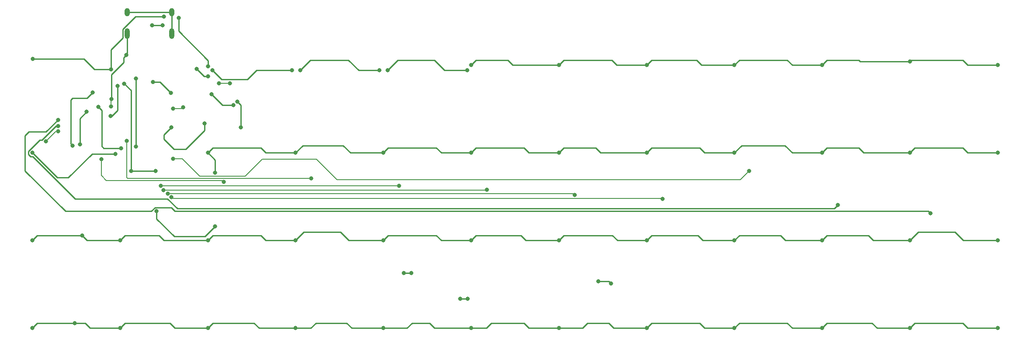
<source format=gtl>
G04 #@! TF.GenerationSoftware,KiCad,Pcbnew,(6.0.4-0)*
G04 #@! TF.CreationDate,2023-09-21T22:36:29-05:00*
G04 #@! TF.ProjectId,dogema48_cfx,646f6765-6d61-4343-985f-6366782e6b69,rev?*
G04 #@! TF.SameCoordinates,Original*
G04 #@! TF.FileFunction,Copper,L1,Top*
G04 #@! TF.FilePolarity,Positive*
%FSLAX45Y45*%
G04 Gerber Fmt 4.5, Leading zero omitted, Abs format (unit mm)*
G04 Created by KiCad (PCBNEW (6.0.4-0)) date 2023-09-21 22:36:29*
%MOMM*%
%LPD*%
G01*
G04 APERTURE LIST*
G04 #@! TA.AperFunction,ComponentPad*
%ADD10O,1.000000X2.100000*%
G04 #@! TD*
G04 #@! TA.AperFunction,ComponentPad*
%ADD11O,1.000000X1.600000*%
G04 #@! TD*
G04 #@! TA.AperFunction,ViaPad*
%ADD12C,0.800000*%
G04 #@! TD*
G04 #@! TA.AperFunction,Conductor*
%ADD13C,0.200000*%
G04 #@! TD*
G04 #@! TA.AperFunction,Conductor*
%ADD14C,0.250000*%
G04 #@! TD*
G04 APERTURE END LIST*
D10*
G04 #@! TO.P,J1,S1,SHIELD*
G04 #@! TO.N,GND*
X10688828Y-2010499D03*
D11*
X10688828Y-1592499D03*
X11552828Y-1592499D03*
D10*
X11552828Y-2010499D03*
G04 #@! TD*
D12*
G04 #@! TO.N,GND*
X10380000Y-3422450D03*
X12679161Y-2974999D03*
X10676000Y-2422000D03*
X10390000Y-3277550D03*
X12466661Y-2974999D03*
G04 #@! TO.N,Net-(B1-Pad2)*
X11776009Y-3440000D03*
X11583836Y-3463836D03*
G04 #@! TO.N,Net-(C2-Pad2)*
X12193449Y-3752135D03*
X11547445Y-3824998D03*
G04 #@! TO.N,+5V*
X11193898Y-2950000D03*
X10575968Y-4235369D03*
X11540000Y-3161450D03*
X12324994Y-3187498D03*
X10129950Y-3429000D03*
X12749994Y-3399998D03*
G04 #@! TO.N,row1*
X27554154Y-2620832D03*
X11404161Y-1677550D03*
X12340000Y-2720000D03*
X20754157Y-2620832D03*
X14040000Y-2720000D03*
X17354159Y-2620832D03*
X24154155Y-2620832D03*
X11687494Y-1699999D03*
X12260000Y-2640000D03*
X8860000Y-2500000D03*
X15580000Y-2720000D03*
X25854154Y-2549999D03*
X17280000Y-2720000D03*
X19054158Y-2620832D03*
X15740000Y-2720000D03*
X10380000Y-2700000D03*
X22454156Y-2620832D03*
X13880000Y-2720000D03*
G04 #@! TO.N,Net-(D3-Pad2)*
X12254161Y-2833332D03*
X12041661Y-2691665D03*
G04 #@! TO.N,row2*
X24154155Y-4320831D03*
X25854154Y-4320831D03*
X19054158Y-4320831D03*
X22454156Y-4320831D03*
X10635641Y-2979079D03*
X15654159Y-4320831D03*
X27554154Y-4320831D03*
X12254161Y-4320831D03*
X20754157Y-4320831D03*
X11242541Y-4674998D03*
X10766662Y-4674998D03*
X12395827Y-4710098D03*
X8854163Y-4320831D03*
X17354159Y-4320831D03*
X13954160Y-4320831D03*
X12395827Y-5752465D03*
X11262495Y-5454164D03*
X10462618Y-4341542D03*
G04 #@! TO.N,row3*
X9820877Y-5925045D03*
X25854154Y-6020830D03*
X10370360Y-3606149D03*
X20754157Y-6020830D03*
X19054158Y-6020830D03*
X27554154Y-6020830D03*
X10504945Y-3022000D03*
X22454156Y-6020830D03*
X12254161Y-6020830D03*
X9774995Y-4157498D03*
X10554162Y-6020830D03*
X9906000Y-3524250D03*
X17354159Y-6020830D03*
X24154155Y-6020830D03*
X13954160Y-6020830D03*
X15654159Y-6020830D03*
X8854163Y-6020830D03*
G04 #@! TO.N,row4*
X19054158Y-7720830D03*
X12254161Y-7720830D03*
X17354159Y-7720830D03*
X8854163Y-7720830D03*
X9679210Y-7625044D03*
X10554162Y-7720830D03*
X15654159Y-7720830D03*
X25854154Y-7720830D03*
X27554154Y-7720830D03*
X24154155Y-7720830D03*
X13954160Y-7720830D03*
X10026227Y-3148767D03*
X9633329Y-4179165D03*
X22454156Y-7720830D03*
X20754157Y-7720830D03*
G04 #@! TO.N,Net-(D38-Pad2)*
X20060804Y-6855850D03*
X19816678Y-6816643D03*
G04 #@! TO.N,VBUS*
X11375000Y-1850000D03*
X11175000Y-1850000D03*
G04 #@! TO.N,col1*
X9349897Y-3905250D03*
X9114996Y-4102438D03*
G04 #@! TO.N,col3*
X10860000Y-4200000D03*
X10859995Y-2877550D03*
G04 #@! TO.N,col4*
X12820827Y-3329165D03*
X12560000Y-4889950D03*
X10191750Y-4442548D03*
X12891661Y-3824998D03*
G04 #@! TO.N,col5*
X10680000Y-4088550D03*
X14260000Y-4820000D03*
G04 #@! TO.N,col6*
X11340000Y-4960000D03*
X15960000Y-4960000D03*
G04 #@! TO.N,col7*
X11395442Y-5043164D03*
X17287400Y-7154163D03*
X17660000Y-5040000D03*
X17141659Y-7154163D03*
G04 #@! TO.N,col8*
X11474995Y-5113114D03*
X19360000Y-5140000D03*
G04 #@! TO.N,col9*
X21059990Y-5219165D03*
X11546112Y-5183344D03*
G04 #@! TO.N,col10*
X22737489Y-4674998D03*
X11580000Y-4440000D03*
G04 #@! TO.N,col11*
X24459988Y-5334997D03*
X9349897Y-3805300D03*
G04 #@! TO.N,col12*
X26249842Y-5495685D03*
X9349996Y-3683332D03*
G04 #@! TO.N,Net-(D37-Pad2)*
X16052495Y-6658330D03*
X16192395Y-6658330D03*
G04 #@! TD*
D13*
G04 #@! TO.N,GND*
X10380000Y-3287550D02*
X10390000Y-3277550D01*
X10380000Y-3422450D02*
X10380000Y-3287550D01*
D14*
X10676000Y-2422000D02*
X10688828Y-2409172D01*
X10688828Y-1592499D02*
X11552828Y-1592499D01*
X10625093Y-2566901D02*
X10625093Y-2472907D01*
D13*
X12466661Y-2974999D02*
X12679161Y-2974999D01*
D14*
X10625093Y-2566901D02*
X10390000Y-2801994D01*
X10688828Y-2409172D02*
X10688828Y-2010499D01*
X10625093Y-2472907D02*
X10676000Y-2422000D01*
X11552828Y-1592499D02*
X11552828Y-2010499D01*
X10390000Y-2801994D02*
X10390000Y-3277550D01*
D13*
G04 #@! TO.N,Net-(B1-Pad2)*
X11752172Y-3463836D02*
X11776009Y-3440000D01*
X11583836Y-3463836D02*
X11752172Y-3463836D01*
X11756009Y-3460000D02*
X11776009Y-3440000D01*
D14*
G04 #@! TO.N,Net-(C2-Pad2)*
X11404161Y-4052733D02*
X11601426Y-4249998D01*
X11829161Y-4249998D02*
X12193449Y-3885710D01*
X11547445Y-3824998D02*
X11404161Y-3968281D01*
X12193449Y-3885710D02*
X12193449Y-3752135D01*
X11404161Y-3968281D02*
X11404161Y-4052733D01*
X11601426Y-4249998D02*
X11829161Y-4249998D01*
G04 #@! TO.N,+5V*
X10236119Y-4235369D02*
X10575968Y-4235369D01*
X12537494Y-3399998D02*
X12324994Y-3187498D01*
X11328550Y-2950000D02*
X11193898Y-2950000D01*
X10196397Y-4195647D02*
X10236119Y-4235369D01*
X12749994Y-3399998D02*
X12537494Y-3399998D01*
X10129950Y-3429000D02*
X10196397Y-3495447D01*
X11540000Y-3161450D02*
X11328550Y-2950000D01*
X10196397Y-3495447D02*
X10196397Y-4195647D01*
G04 #@! TO.N,row1*
X14979608Y-2525047D02*
X15174562Y-2720000D01*
X18160922Y-2620832D02*
X19054158Y-2620832D01*
X22549941Y-2525047D02*
X23479604Y-2525047D01*
X23575390Y-2620832D02*
X24154155Y-2620832D01*
X25854154Y-2549999D02*
X25879106Y-2525047D01*
X20849942Y-2525047D02*
X21720871Y-2525047D01*
X24249941Y-2525047D02*
X24154155Y-2620832D01*
X15934953Y-2525047D02*
X16645137Y-2525047D01*
X26975388Y-2620832D02*
X27554154Y-2620832D01*
X21720871Y-2525047D02*
X21816656Y-2620832D01*
X12340000Y-2720000D02*
X12519951Y-2899951D01*
X10606376Y-2095317D02*
X10606376Y-1921346D01*
X24249941Y-2525047D02*
X24865133Y-2525047D01*
X18065137Y-2525047D02*
X18160922Y-2620832D01*
X10850173Y-1677550D02*
X11404161Y-1677550D01*
X14234953Y-2525047D02*
X14979608Y-2525047D01*
X24865133Y-2525047D02*
X24890085Y-2549999D01*
X16840091Y-2720000D02*
X17280000Y-2720000D01*
X10054564Y-2700000D02*
X10380000Y-2700000D01*
X15740000Y-2720000D02*
X15934953Y-2525047D01*
X13020049Y-2899951D02*
X13200000Y-2720000D01*
X11687494Y-1699999D02*
X11687494Y-1960800D01*
X20754157Y-2620832D02*
X20849942Y-2525047D01*
X17354159Y-2620832D02*
X17449944Y-2525047D01*
X19054158Y-2620832D02*
X19149943Y-2525047D01*
X24890085Y-2549999D02*
X25854154Y-2549999D01*
X25879106Y-2525047D02*
X26879603Y-2525047D01*
X12260000Y-2533305D02*
X12260000Y-2640000D01*
X23479604Y-2525047D02*
X23575390Y-2620832D01*
X22454156Y-2620832D02*
X22549941Y-2525047D01*
X10380000Y-2321693D02*
X10606376Y-2095317D01*
X17449944Y-2525047D02*
X18065137Y-2525047D01*
X26879603Y-2525047D02*
X26975388Y-2620832D01*
X10606376Y-1921346D02*
X10850173Y-1677550D01*
X9854564Y-2500000D02*
X10054564Y-2700000D01*
X19149943Y-2525047D02*
X20079606Y-2525047D01*
X8860000Y-2500000D02*
X9854564Y-2500000D01*
X21816656Y-2620832D02*
X22454156Y-2620832D01*
X20175391Y-2620832D02*
X20754157Y-2620832D01*
X20079606Y-2525047D02*
X20175391Y-2620832D01*
X12519951Y-2899951D02*
X13020049Y-2899951D01*
X13200000Y-2720000D02*
X13880000Y-2720000D01*
X15174562Y-2720000D02*
X15580000Y-2720000D01*
X10380000Y-2700000D02*
X10380000Y-2321693D01*
X16645137Y-2525047D02*
X16840091Y-2720000D01*
X14040000Y-2720000D02*
X14234953Y-2525047D01*
X11687494Y-1960800D02*
X12260000Y-2533305D01*
G04 #@! TO.N,Net-(D3-Pad2)*
X12183328Y-2833332D02*
X12254161Y-2833332D01*
X12041661Y-2691665D02*
X12183328Y-2833332D01*
G04 #@! TO.N,row2*
X24249941Y-4225046D02*
X24865133Y-4225046D01*
X22454156Y-4320831D02*
X22595823Y-4179165D01*
X8854163Y-4320831D02*
X9336821Y-4803489D01*
X15016660Y-4320831D02*
X15654159Y-4320831D01*
X22595823Y-4179165D02*
X23433723Y-4179165D01*
X10635641Y-2979079D02*
X10766662Y-3110100D01*
X20849942Y-4225046D02*
X21779605Y-4225046D01*
X17354159Y-4320831D02*
X17449944Y-4225046D01*
X12254161Y-4320831D02*
X12395827Y-4462498D01*
X25854154Y-4320831D02*
X25949940Y-4225046D01*
X13375395Y-4320831D02*
X13954160Y-4320831D01*
X26975388Y-4320831D02*
X27554154Y-4320831D01*
X24154155Y-4320831D02*
X24249941Y-4225046D01*
X12395827Y-4462498D02*
X12395827Y-4710098D01*
X21779605Y-4225046D02*
X21875391Y-4320831D01*
X18475392Y-4320831D02*
X19054158Y-4320831D01*
X10766662Y-3110100D02*
X10766662Y-4249998D01*
X16775393Y-4320831D02*
X17354159Y-4320831D01*
X14874993Y-4179165D02*
X15016660Y-4320831D01*
X24960919Y-4320831D02*
X25854154Y-4320831D01*
X19149943Y-4225046D02*
X19765136Y-4225046D01*
X12254161Y-4320831D02*
X12349946Y-4225046D01*
X11262495Y-5454164D02*
X11262495Y-5607930D01*
X23433723Y-4179165D02*
X23575390Y-4320831D01*
X26879603Y-4225046D02*
X26975388Y-4320831D01*
X10766662Y-4674998D02*
X11242541Y-4674998D01*
X11602944Y-5948379D02*
X12199913Y-5948379D01*
X12199913Y-5948379D02*
X12395827Y-5752465D01*
X19054158Y-4320831D02*
X19149943Y-4225046D01*
X16679608Y-4225046D02*
X16775393Y-4320831D01*
X13279609Y-4225046D02*
X13375395Y-4320831D01*
X10013354Y-4341542D02*
X10462618Y-4341542D01*
X19860921Y-4320831D02*
X20754157Y-4320831D01*
X9551407Y-4803489D02*
X10013354Y-4341542D01*
X21875391Y-4320831D02*
X22454156Y-4320831D01*
X17449944Y-4225046D02*
X18379607Y-4225046D01*
X19765136Y-4225046D02*
X19860921Y-4320831D01*
X24865133Y-4225046D02*
X24960919Y-4320831D01*
X10766662Y-4249998D02*
X10766662Y-4674998D01*
X9336821Y-4803489D02*
X9551407Y-4803489D01*
X15654159Y-4320831D02*
X15749945Y-4225046D01*
X25949940Y-4225046D02*
X26879603Y-4225046D01*
X23575390Y-4320831D02*
X24154155Y-4320831D01*
X15749945Y-4225046D02*
X16679608Y-4225046D01*
X11262495Y-5607930D02*
X11602944Y-5948379D01*
X20754157Y-4320831D02*
X20849942Y-4225046D01*
X12349946Y-4225046D02*
X13279609Y-4225046D01*
X18379607Y-4225046D02*
X18475392Y-4320831D01*
X14095827Y-4179165D02*
X14874993Y-4179165D01*
X13954160Y-4320831D02*
X14095827Y-4179165D01*
G04 #@! TO.N,row3*
X15654159Y-6020830D02*
X15749945Y-5925045D01*
X25854154Y-6020830D02*
X26014946Y-5860039D01*
X24154155Y-6020830D02*
X24249941Y-5925045D01*
X18416658Y-6020830D02*
X19054158Y-6020830D01*
X22549941Y-5925045D02*
X23350037Y-5925045D01*
X19149943Y-5925045D02*
X20091705Y-5925045D01*
X9820877Y-5925045D02*
X9916662Y-6020830D01*
X12254161Y-6020830D02*
X12349946Y-5925045D01*
X20187491Y-6020830D02*
X20754157Y-6020830D01*
X16679608Y-5925045D02*
X16775393Y-6020830D01*
X14984075Y-6020830D02*
X15654159Y-6020830D01*
X17354159Y-6020830D02*
X17449944Y-5925045D01*
X16775393Y-6020830D02*
X17354159Y-6020830D01*
X14823284Y-5860039D02*
X14984075Y-6020830D01*
X10397833Y-3606149D02*
X10370360Y-3606149D01*
X24249941Y-5925045D02*
X25050036Y-5925045D01*
X23350037Y-5925045D02*
X23445822Y-6020830D01*
X13279609Y-5925045D02*
X13375395Y-6020830D01*
X20849942Y-5925045D02*
X21745135Y-5925045D01*
X26014946Y-5860039D02*
X26723279Y-5860039D01*
X10649947Y-5925045D02*
X11305830Y-5925045D01*
X26884070Y-6020830D02*
X27554154Y-6020830D01*
X9774995Y-3655255D02*
X9906000Y-3524250D01*
X14114951Y-5860039D02*
X14823284Y-5860039D01*
X10504945Y-3022000D02*
X10504945Y-3499037D01*
X8949948Y-5925045D02*
X9820877Y-5925045D01*
X19054158Y-6020830D02*
X19149943Y-5925045D01*
X21745135Y-5925045D02*
X21840920Y-6020830D01*
X22454156Y-6020830D02*
X22549941Y-5925045D01*
X25050036Y-5925045D02*
X25145821Y-6020830D01*
X17449944Y-5925045D02*
X18320873Y-5925045D01*
X15749945Y-5925045D02*
X16679608Y-5925045D01*
X26723279Y-5860039D02*
X26884070Y-6020830D01*
X21840920Y-6020830D02*
X22454156Y-6020830D01*
X13954160Y-6020830D02*
X14114951Y-5860039D01*
X10554162Y-6020830D02*
X10649947Y-5925045D01*
X8854163Y-6020830D02*
X8949948Y-5925045D01*
X20091705Y-5925045D02*
X20187491Y-6020830D01*
X9916662Y-6020830D02*
X10554162Y-6020830D01*
X25145821Y-6020830D02*
X25854154Y-6020830D01*
X11401615Y-6020830D02*
X12254161Y-6020830D01*
X20754157Y-6020830D02*
X20849942Y-5925045D01*
X18320873Y-5925045D02*
X18416658Y-6020830D01*
X9774995Y-4157498D02*
X9774995Y-3655255D01*
X12349946Y-5925045D02*
X13279609Y-5925045D01*
X11305830Y-5925045D02*
X11401615Y-6020830D01*
X23445822Y-6020830D02*
X24154155Y-6020830D01*
X13375395Y-6020830D02*
X13954160Y-6020830D01*
X10504945Y-3499037D02*
X10397833Y-3606149D01*
G04 #@! TO.N,row4*
X19609845Y-7625044D02*
X20020872Y-7625044D01*
X20116657Y-7720830D02*
X20754157Y-7720830D01*
X19054158Y-7720830D02*
X19514060Y-7720830D01*
X25949940Y-7625044D02*
X26879603Y-7625044D01*
X21875391Y-7720830D02*
X22454156Y-7720830D01*
X9679210Y-7625044D02*
X9879611Y-7625044D01*
X20020872Y-7625044D02*
X20116657Y-7720830D01*
X16114061Y-7720830D02*
X16209847Y-7625044D01*
X8854163Y-7720830D02*
X8949948Y-7625044D01*
X9598453Y-4002622D02*
X9598453Y-3293207D01*
X25120869Y-7625044D02*
X25216655Y-7720830D01*
X12254161Y-7720830D02*
X12349946Y-7625044D01*
X9598453Y-3293207D02*
X9633329Y-3258332D01*
X9916662Y-3258332D02*
X9633329Y-3258332D01*
X18475392Y-7720830D02*
X19054158Y-7720830D01*
X16645825Y-7720830D02*
X17354159Y-7720830D01*
X9879611Y-7625044D02*
X9975396Y-7720830D01*
X21779605Y-7625044D02*
X21875391Y-7720830D01*
X18379607Y-7625044D02*
X17745376Y-7625044D01*
X25854154Y-7720830D02*
X25949940Y-7625044D01*
X25216655Y-7720830D02*
X25854154Y-7720830D01*
X8949948Y-7625044D02*
X9679210Y-7625044D01*
X15040923Y-7720830D02*
X15654159Y-7720830D01*
X26879603Y-7625044D02*
X26975388Y-7720830D01*
X23479604Y-7625044D02*
X23575390Y-7720830D01*
X17745376Y-7625044D02*
X17649591Y-7720830D01*
X20849942Y-7625044D02*
X21779605Y-7625044D01*
X10649947Y-7625044D02*
X11520876Y-7625044D01*
X24249941Y-7625044D02*
X25120869Y-7625044D01*
X16550040Y-7625044D02*
X16645825Y-7720830D01*
X10554162Y-7720830D02*
X10649947Y-7625044D01*
X22549941Y-7625044D02*
X23479604Y-7625044D01*
X24154155Y-7720830D02*
X24249941Y-7625044D01*
X11520876Y-7625044D02*
X11616661Y-7720830D01*
X19514060Y-7720830D02*
X19609845Y-7625044D01*
X10026227Y-3148767D02*
X9916662Y-3258332D01*
X9598453Y-4144289D02*
X9633329Y-4179165D01*
X14945138Y-7625044D02*
X14345378Y-7625044D01*
X22454156Y-7720830D02*
X22549941Y-7625044D01*
X9598453Y-4002622D02*
X9598453Y-4144289D01*
X16209847Y-7625044D02*
X16550040Y-7625044D01*
X15654159Y-7720830D02*
X16114061Y-7720830D01*
X13150042Y-7625044D02*
X13245827Y-7720830D01*
X9975396Y-7720830D02*
X10554162Y-7720830D01*
X17649591Y-7720830D02*
X17354159Y-7720830D01*
X20754157Y-7720830D02*
X20849942Y-7625044D01*
X14249592Y-7720830D02*
X13954160Y-7720830D01*
X13245827Y-7720830D02*
X13954160Y-7720830D01*
X12349946Y-7625044D02*
X13150042Y-7625044D01*
X14945138Y-7625044D02*
X15040923Y-7720830D01*
X23575390Y-7720830D02*
X24154155Y-7720830D01*
X26975388Y-7720830D02*
X27554154Y-7720830D01*
X11616661Y-7720830D02*
X12254161Y-7720830D01*
X18475392Y-7720830D02*
X18379607Y-7625044D01*
X14345378Y-7625044D02*
X14249592Y-7720830D01*
G04 #@! TO.N,Net-(D38-Pad2)*
X19816678Y-6816643D02*
X20021597Y-6816643D01*
X20021597Y-6816643D02*
X20060804Y-6855850D01*
G04 #@! TO.N,VBUS*
X11175000Y-1850000D02*
X11375000Y-1850000D01*
D13*
G04 #@! TO.N,col1*
X9312185Y-3905250D02*
X9114996Y-4102438D01*
X9349897Y-3905250D02*
X9312185Y-3905250D01*
D14*
G04 #@! TO.N,col3*
X10859995Y-4199995D02*
X10860000Y-4200000D01*
X10859995Y-2877550D02*
X10859995Y-4199995D01*
D13*
G04 #@! TO.N,col4*
X10191750Y-4762500D02*
X10289202Y-4859952D01*
X12530002Y-4859952D02*
X12560000Y-4889950D01*
D14*
X12820827Y-3329165D02*
X12891661Y-3399998D01*
D13*
X10191750Y-4442548D02*
X10191750Y-4762500D01*
D14*
X12891661Y-3399998D02*
X12891661Y-3824998D01*
D13*
X10289202Y-4859952D02*
X12530002Y-4859952D01*
G04 #@! TO.N,col5*
X10680000Y-4088550D02*
X10680000Y-4800000D01*
X10680000Y-4800000D02*
X10700000Y-4820000D01*
X10700000Y-4820000D02*
X14260000Y-4820000D01*
G04 #@! TO.N,col6*
X11439901Y-4959901D02*
X15959901Y-4959901D01*
X11439802Y-4960000D02*
X11439901Y-4959901D01*
X11340000Y-4960000D02*
X11439802Y-4960000D01*
X15959901Y-4959901D02*
X15960000Y-4960000D01*
G04 #@! TO.N,col7*
X11395442Y-5043164D02*
X17656836Y-5043164D01*
X17656836Y-5043164D02*
X17660000Y-5040000D01*
D14*
X17141659Y-7154163D02*
X17287400Y-7154163D01*
D13*
G04 #@! TO.N,col8*
X11474995Y-5113114D02*
X19333114Y-5113114D01*
X19333114Y-5113114D02*
X19360000Y-5140000D01*
G04 #@! TO.N,col9*
X21050776Y-5209951D02*
X21059990Y-5219165D01*
X11572719Y-5209951D02*
X21050776Y-5209951D01*
X11546112Y-5183344D02*
X11572719Y-5209951D01*
G04 #@! TO.N,col10*
X12096606Y-4780048D02*
X12978382Y-4780048D01*
X11756558Y-4440000D02*
X12096606Y-4780048D01*
X13310884Y-4447546D02*
X14360979Y-4447546D01*
X14753433Y-4840000D02*
X22572487Y-4840000D01*
X11580000Y-4440000D02*
X11756558Y-4440000D01*
X22572487Y-4840000D02*
X22737489Y-4674998D01*
X14360979Y-4447546D02*
X14753433Y-4840000D01*
X12978382Y-4780048D02*
X13310884Y-4447546D01*
D14*
G04 #@! TO.N,col11*
X8824152Y-4393282D02*
X8863042Y-4393282D01*
X24246137Y-5404479D02*
X24390506Y-5404479D01*
X11664786Y-5404479D02*
X24246137Y-5404479D01*
X11473661Y-5213355D02*
X11664786Y-5404479D01*
X24390506Y-5404479D02*
X24459988Y-5334997D01*
X8781711Y-4290821D02*
X8781711Y-4350842D01*
X9000104Y-4072428D02*
X8781711Y-4290821D01*
X9683114Y-5213355D02*
X11473661Y-5213355D01*
X9309674Y-3805300D02*
X9042545Y-4072428D01*
X8863042Y-4393282D02*
X9683114Y-5213355D01*
X9349897Y-3805300D02*
X9309674Y-3805300D01*
X9042545Y-4072428D02*
X9000104Y-4072428D01*
X8781711Y-4350842D02*
X8824152Y-4393282D01*
G04 #@! TO.N,col12*
X11232484Y-5381713D02*
X11544210Y-5381713D01*
X9118371Y-3914956D02*
X8786737Y-3914956D01*
X26209939Y-5455782D02*
X26249842Y-5495685D01*
X24297440Y-5455782D02*
X26209939Y-5455782D01*
X11160033Y-5454164D02*
X11232484Y-5381713D01*
X24295822Y-5454164D02*
X24297440Y-5455782D01*
X9349996Y-3683332D02*
X9118371Y-3914956D01*
X8786737Y-3914956D02*
X8712496Y-3989197D01*
X11544210Y-5381713D02*
X11616661Y-5454164D01*
X8712496Y-4671027D02*
X9495633Y-5454164D01*
X11616661Y-5454164D02*
X24295822Y-5454164D01*
X8712496Y-3989197D02*
X8712496Y-4671027D01*
X9495633Y-5454164D02*
X11160033Y-5454164D01*
G04 #@! TO.N,Net-(D37-Pad2)*
X16052495Y-6658330D02*
X16192395Y-6658330D01*
G04 #@! TD*
M02*

</source>
